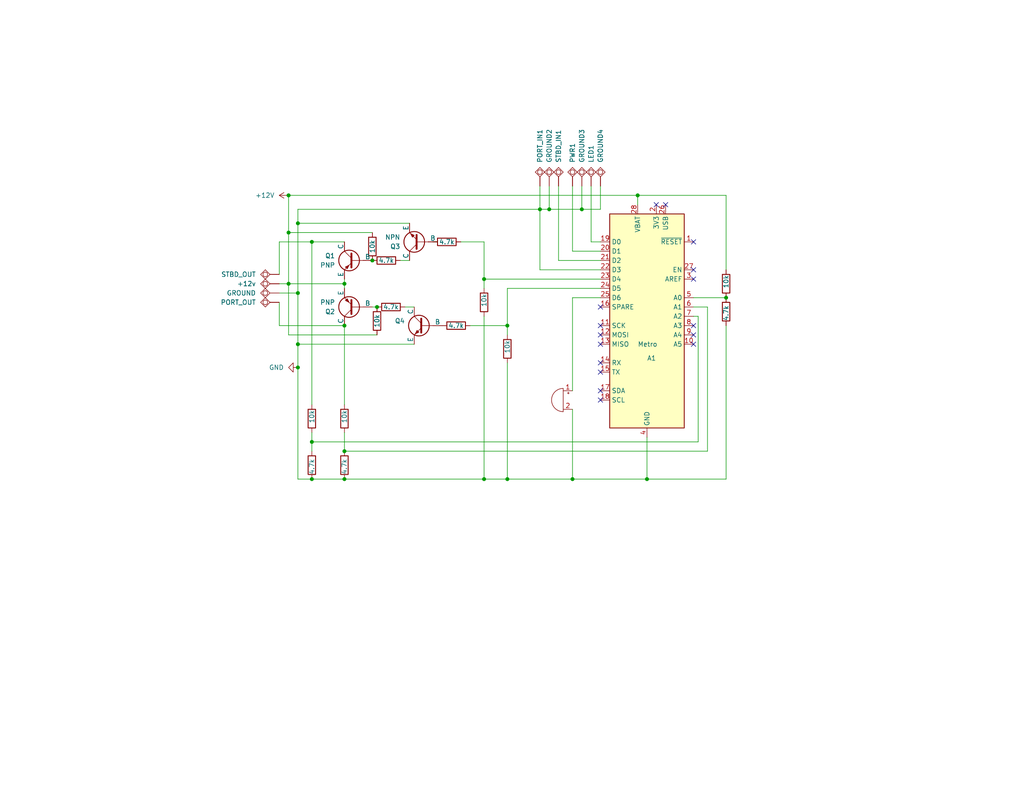
<source format=kicad_sch>
(kicad_sch (version 20250114) (generator "eeschema") (generator_version "9.0")
  (paper "A")
  (title_block (title "Bow Thruster Controller") (date "2025-05-24") (company "David Ros"))
  (lib_symbols
    (symbol "Device:Buzzer" (pin_names (offset 0.0254) (hide yes))
      (property "Reference" "BZ" (at 3.81 1.27 0))
      (property "Value" "Buzzer" (at 3.81 -1.27 0))
      (symbol "Buzzer_0_1"
        (polyline (pts (xy -1.651 1.905) (xy -1.143 1.905)))
        (polyline (pts (xy -1.397 2.159) (xy -1.397 1.651)))
        (arc (start 0 3.175) (mid 3.1612 0) (end 0 -3.175))
        (polyline (pts (xy 0 3.175) (xy 0 -3.175)))
      )
      (symbol "Buzzer_1_1"
        (pin passive line (at -2.54 2.54 0) (length 2.54) (name "+") (number "1"))
        (pin passive line (at -2.54 -2.54 0) (length 2.54) (name "-") (number "2"))
      )
    )
    (symbol "Device:R" (pin_numbers (hide yes)) (pin_names (offset 0))
      (property "Reference" "R" (at 2.032 0 90))
      (property "Value" "R" (at 0 0 90))
      (symbol "R_0_1"
        (rectangle (start -1.016 -2.54) (end 1.016 2.54) (stroke (width 0.254)))
      )
      (symbol "R_1_1"
        (pin passive line (at 0 3.81 270) (length 1.27) (name "~") (number "1"))
        (pin passive line (at 0 -3.81 90) (length 1.27) (name "~") (number "2"))
      )
    )
    (symbol "MCU_Module:Adafruit_Feather_Generic"
      (property "Reference" "A" (at -10.16 29.21 0))
      (property "Value" "Adafruit_Feather_Generic" (at 2.54 -31.75 0))
      (symbol "Adafruit_Feather_Generic_0_1"
        (rectangle (start -10.16 27.94) (end 10.16 -30.48) (stroke (width 0.254)) (fill (type background)))
      )
      (symbol "Adafruit_Feather_Generic_1_1"
        (pin bidirectional line (at -12.7 20.32 0) (length 2.54) (name "D0") (number "19"))
        (pin bidirectional line (at -12.7 17.78 0) (length 2.54) (name "D1") (number "20"))
        (pin bidirectional line (at -12.7 15.24 0) (length 2.54) (name "D2") (number "21"))
        (pin bidirectional line (at -12.7 12.7 0) (length 2.54) (name "D3") (number "22"))
        (pin bidirectional line (at -12.7 10.16 0) (length 2.54) (name "D4") (number "23"))
        (pin bidirectional line (at -12.7 7.62 0) (length 2.54) (name "D5") (number "24"))
        (pin bidirectional line (at -12.7 5.08 0) (length 2.54) (name "D6") (number "25"))
        (pin bidirectional line (at -12.7 2.54 0) (length 2.54) (name "SPARE") (number "16"))
        (pin bidirectional line (at -12.7 -2.54 0) (length 2.54) (name "SCK") (number "11"))
        (pin bidirectional line (at -12.7 -5.08 0) (length 2.54) (name "MOSI") (number "12"))
        (pin bidirectional line (at -12.7 -7.62 0) (length 2.54) (name "MISO") (number "13"))
        (pin bidirectional line (at -12.7 -12.7 0) (length 2.54) (name "RX") (number "14"))
        (pin bidirectional line (at -12.7 -15.24 0) (length 2.54) (name "TX") (number "15"))
        (pin bidirectional line (at -12.7 -20.32 0) (length 2.54) (name "SDA") (number "17"))
        (pin bidirectional line (at -12.7 -22.86 0) (length 2.54) (name "SCL") (number "18"))
        (pin power_in line (at -2.54 30.48 270) (length 2.54) (name "VBAT") (number "28"))
        (pin power_in line (at 0 -33.02 90) (length 2.54) (name "GND") (number "4"))
        (pin power_in line (at 2.54 30.48 270) (length 2.54) (name "3V3") (number "2"))
        (pin power_in line (at 5.08 30.48 270) (length 2.54) (name "USB") (number "26"))
        (pin input line (at 12.7 20.32 180) (length 2.54) (name "~{RESET}") (number "1"))
        (pin input line (at 12.7 12.7 180) (length 2.54) (name "EN") (number "27"))
        (pin input line (at 12.7 10.16 180) (length 2.54) (name "AREF") (number "3"))
        (pin bidirectional line (at 12.7 5.08 180) (length 2.54) (name "A0") (number "5"))
        (pin bidirectional line (at 12.7 2.54 180) (length 2.54) (name "A1") (number "6"))
        (pin bidirectional line (at 12.7 0 180) (length 2.54) (name "A2") (number "7"))
        (pin bidirectional line (at 12.7 -2.54 180) (length 2.54) (name "A3") (number "8"))
        (pin bidirectional line (at 12.7 -5.08 180) (length 2.54) (name "A4") (number "9"))
        (pin bidirectional line (at 12.7 -7.62 180) (length 2.54) (name "A5") (number "10"))
      )
    )
    (symbol "OLIMEX_OTHER:TESTPAD" (pin_numbers (hide yes)) (pin_names (offset 0) (hide yes))
      (property "Reference" "TESTPAD" (at -2.54 1.524 0))
      (symbol "TESTPAD_1_0"
        (polyline (pts (xy 0 0) (xy 1.27 -1.27)))
        (polyline (pts (xy 1.27 1.27) (xy 0 0)))
        (polyline (pts (xy 1.27 -1.27) (xy 2.54 0)))
        (polyline (pts (xy 2.54 0) (xy 1.27 1.27)))
      )
      (symbol "TESTPAD_1_1"
        (circle (center 1.27 0) (radius 0.635))
        (pin passive line (at -2.54 0 0) (length 2.54) (name "Pad") (number "1"))
      )
    )
    (symbol "Simulation_SPICE:NPN" (pin_numbers (hide yes)) (pin_names (offset 0))
      (property "Reference" "Q" (at -2.54 7.62 0))
      (property "Value" "NPN" (at -2.54 5.08 0))
      (symbol "NPN_0_1"
        (polyline (pts (xy -2.54 0) (xy 0.635 0)) (stroke (width 0.1524)))
        (polyline (pts (xy 0.635 1.905) (xy 0.635 -1.905) (xy 0.635 -1.905)) (stroke (width 0.508)))
        (polyline (pts (xy 0.635 0.635) (xy 2.54 2.54)))
        (polyline (pts (xy 0.635 -0.635) (xy 2.54 -2.54) (xy 2.54 -2.54)))
        (circle (center 1.27 0) (radius 2.8194) (stroke (width 0.254)))
        (polyline (pts (xy 1.27 -1.778) (xy 1.778 -1.27) (xy 2.286 -2.286) (xy 1.27 -1.778) (xy 1.27 -1.778)) (fill (type outline)))
        (polyline (pts (xy 2.794 -1.27) (xy 2.794 -1.27)) (stroke (width 0.1524)))
        (polyline (pts (xy 2.794 -1.27) (xy 2.794 -1.27)) (stroke (width 0.1524)))
      )
      (symbol "NPN_1_1"
        (pin input line (at -5.08 0 0) (length 2.54) (name "B") (number "2"))
        (pin open_collector line (at 2.54 5.08 270) (length 2.54) (name "C") (number "1"))
        (pin open_emitter line (at 2.54 -5.08 90) (length 2.54) (name "E") (number "3"))
      )
    )
    (symbol "Simulation_SPICE:PNP" (pin_numbers (hide yes)) (pin_names (offset 0))
      (property "Reference" "Q" (at -2.54 7.62 0))
      (property "Value" "PNP" (at -2.54 5.08 0))
      (symbol "PNP_0_1"
        (polyline (pts (xy -2.54 0) (xy 0.635 0)) (stroke (width 0.1524)))
        (polyline (pts (xy 0.635 1.905) (xy 0.635 -1.905) (xy 0.635 -1.905)) (stroke (width 0.508)))
        (polyline (pts (xy 0.635 0.635) (xy 2.54 2.54)))
        (polyline (pts (xy 0.635 -0.635) (xy 2.54 -2.54) (xy 2.54 -2.54)))
        (circle (center 1.27 0) (radius 2.8194) (stroke (width 0.254)))
        (polyline (pts (xy 2.286 -1.778) (xy 1.778 -2.286) (xy 1.27 -1.27) (xy 2.286 -1.778) (xy 2.286 -1.778)) (fill (type outline)))
      )
      (symbol "PNP_1_1"
        (pin input line (at -5.08 0 0) (length 2.54) (name "B") (number "2"))
        (pin open_collector line (at 2.54 5.08 270) (length 2.54) (name "C") (number "1"))
        (pin open_emitter line (at 2.54 -5.08 90) (length 2.54) (name "E") (number "3"))
      )
    )
    (symbol "power:+12V" (power) (pin_numbers (hide yes)) (pin_names (offset 0) (hide yes))
      (property "Value" "+12V" (at 0 3.556 0))
      (symbol "+12V_0_1"
        (polyline (pts (xy -0.762 1.27) (xy 0 2.54)))
        (polyline (pts (xy 0 2.54) (xy 0.762 1.27)))
        (polyline (pts (xy 0 0) (xy 0 2.54)))
      )
      (symbol "+12V_1_1"
        (pin power_in line (at 0 0 90) (length 0) (name "~") (number "1"))
      )
    )
    (symbol "power:GND" (power) (pin_numbers (hide yes)) (pin_names (offset 0) (hide yes))
      (property "Value" "GND" (at 0 -3.81 0))
      (symbol "GND_0_1"
        (polyline (pts (xy 0 0) (xy 0 -1.27) (xy 1.27 -1.27) (xy 0 -2.54) (xy -1.27 -1.27) (xy 0 -1.27)))
      )
      (symbol "GND_1_1"
        (pin power_in line (at 0 0 270) (length 0) (name "~") (number "1"))
      )
    )
  )
  (junction (at 173.99 53.34))
  (junction (at 132.08 76.2))
  (junction (at 198.12 81.28))
  (junction (at 176.53 130.81))
  (junction (at 78.74 77.47))
  (junction (at 132.08 130.81))
  (junction (at 85.09 120.65))
  (junction (at 81.28 93.98))
  (junction (at 149.86 57.15))
  (junction (at 85.09 130.81))
  (junction (at 156.21 130.81))
  (junction (at 85.09 66.04))
  (junction (at 138.43 88.9))
  (junction (at 93.98 77.47))
  (junction (at 81.28 60.96))
  (junction (at 78.74 53.34))
  (junction (at 138.43 130.81))
  (junction (at 81.28 80.01))
  (junction (at 147.32 57.15))
  (junction (at 101.6 71.12))
  (junction (at 93.98 88.9))
  (junction (at 102.87 83.82))
  (junction (at 78.74 63.5))
  (junction (at 158.75 57.15))
  (junction (at 81.28 100.33))
  (junction (at 93.98 130.81))
  (junction (at 93.98 123.19))
  (no_connect (at 163.83 106.68))
  (no_connect (at 163.83 99.06))
  (no_connect (at 189.23 93.98))
  (no_connect (at 189.23 88.9))
  (no_connect (at 189.23 66.04))
  (no_connect (at 189.23 91.44))
  (no_connect (at 163.83 109.22))
  (no_connect (at 189.23 73.66))
  (no_connect (at 179.07 55.88))
  (no_connect (at 163.83 83.82))
  (no_connect (at 163.83 93.98))
  (no_connect (at 189.23 76.2))
  (no_connect (at 181.61 55.88))
  (no_connect (at 163.83 88.9))
  (no_connect (at 163.83 101.6))
  (no_connect (at 163.83 91.44))
  (wire (pts (xy 81.28 57.15) (xy 147.32 57.15)))
  (wire (pts (xy 81.28 100.33) (xy 81.28 130.81)))
  (wire (pts (xy 76.2 88.9) (xy 93.98 88.9)))
  (wire (pts (xy 132.08 130.81) (xy 138.43 130.81)))
  (wire (pts (xy 132.08 76.2) (xy 163.83 76.2)))
  (wire (pts (xy 93.98 88.9) (xy 93.98 110.49)))
  (wire (pts (xy 102.87 83.82) (xy 101.6 83.82)))
  (wire (pts (xy 78.74 91.44) (xy 78.74 77.47)))
  (wire (pts (xy 81.28 93.98) (xy 81.28 100.33)))
  (wire (pts (xy 85.09 118.11) (xy 85.09 120.65)))
  (wire (pts (xy 102.87 91.44) (xy 78.74 91.44)))
  (wire (pts (xy 81.28 60.96) (xy 111.76 60.96)))
  (wire (pts (xy 138.43 88.9) (xy 138.43 78.74)))
  (wire (pts (xy 156.21 111.76) (xy 156.21 130.81)))
  (wire (pts (xy 173.99 53.34) (xy 198.12 53.34)))
  (wire (pts (xy 156.21 50.8) (xy 156.21 68.58)))
  (wire (pts (xy 161.29 50.8) (xy 161.29 66.04)))
  (wire (pts (xy 152.4 50.8) (xy 152.4 71.12)))
  (wire (pts (xy 147.32 57.15) (xy 147.32 73.66)))
  (wire (pts (xy 156.21 81.28) (xy 163.83 81.28)))
  (wire (pts (xy 78.74 77.47) (xy 93.98 77.47)))
  (wire (pts (xy 198.12 88.9) (xy 198.12 130.81)))
  (wire (pts (xy 147.32 57.15) (xy 149.86 57.15)))
  (wire (pts (xy 85.09 66.04) (xy 93.98 66.04)))
  (wire (pts (xy 138.43 88.9) (xy 128.27 88.9)))
  (wire (pts (xy 138.43 99.06) (xy 138.43 130.81)))
  (wire (pts (xy 78.74 53.34) (xy 173.99 53.34)))
  (wire (pts (xy 93.98 123.19) (xy 193.04 123.19)))
  (wire (pts (xy 81.28 60.96) (xy 81.28 80.01)))
  (wire (pts (xy 81.28 80.01) (xy 81.28 93.98)))
  (wire (pts (xy 161.29 66.04) (xy 163.83 66.04)))
  (wire (pts (xy 78.74 63.5) (xy 101.6 63.5)))
  (wire (pts (xy 81.28 93.98) (xy 113.03 93.98)))
  (wire (pts (xy 76.2 66.04) (xy 85.09 66.04)))
  (wire (pts (xy 76.2 66.04) (xy 76.2 74.93)))
  (wire (pts (xy 147.32 50.8) (xy 147.32 57.15)))
  (wire (pts (xy 76.2 77.47) (xy 78.74 77.47)))
  (wire (pts (xy 149.86 57.15) (xy 158.75 57.15)))
  (wire (pts (xy 176.53 130.81) (xy 198.12 130.81)))
  (wire (pts (xy 158.75 50.8) (xy 158.75 57.15)))
  (wire (pts (xy 147.32 73.66) (xy 163.83 73.66)))
  (wire (pts (xy 176.53 119.38) (xy 176.53 130.81)))
  (wire (pts (xy 189.23 81.28) (xy 198.12 81.28)))
  (wire (pts (xy 156.21 106.68) (xy 156.21 81.28)))
  (wire (pts (xy 76.2 88.9) (xy 76.2 82.55)))
  (wire (pts (xy 193.04 83.82) (xy 193.04 123.19)))
  (wire (pts (xy 118.11 66.04) (xy 119.38 66.04)))
  (wire (pts (xy 156.21 68.58) (xy 163.83 68.58)))
  (wire (pts (xy 138.43 88.9) (xy 138.43 91.44)))
  (wire (pts (xy 158.75 57.15) (xy 163.83 57.15)))
  (wire (pts (xy 190.5 86.36) (xy 190.5 120.65)))
  (wire (pts (xy 198.12 53.34) (xy 198.12 73.66)))
  (wire (pts (xy 173.99 53.34) (xy 173.99 55.88)))
  (wire (pts (xy 132.08 78.74) (xy 132.08 76.2)))
  (wire (pts (xy 85.09 66.04) (xy 85.09 110.49)))
  (wire (pts (xy 78.74 63.5) (xy 78.74 77.47)))
  (wire (pts (xy 132.08 86.36) (xy 132.08 130.81)))
  (wire (pts (xy 138.43 130.81) (xy 156.21 130.81)))
  (wire (pts (xy 109.22 71.12) (xy 111.76 71.12)))
  (wire (pts (xy 132.08 66.04) (xy 125.73 66.04)))
  (wire (pts (xy 76.2 80.01) (xy 81.28 80.01)))
  (wire (pts (xy 81.28 130.81) (xy 85.09 130.81)))
  (wire (pts (xy 85.09 130.81) (xy 93.98 130.81)))
  (wire (pts (xy 85.09 120.65) (xy 190.5 120.65)))
  (wire (pts (xy 190.5 86.36) (xy 189.23 86.36)))
  (wire (pts (xy 93.98 77.47) (xy 93.98 78.74)))
  (wire (pts (xy 156.21 130.81) (xy 176.53 130.81)))
  (wire (pts (xy 149.86 50.8) (xy 149.86 57.15)))
  (wire (pts (xy 81.28 57.15) (xy 81.28 60.96)))
  (wire (pts (xy 138.43 78.74) (xy 163.83 78.74)))
  (wire (pts (xy 93.98 130.81) (xy 132.08 130.81)))
  (wire (pts (xy 93.98 76.2) (xy 93.98 77.47)))
  (wire (pts (xy 85.09 120.65) (xy 85.09 123.19)))
  (wire (pts (xy 152.4 71.12) (xy 163.83 71.12)))
  (wire (pts (xy 193.04 83.82) (xy 189.23 83.82)))
  (wire (pts (xy 93.98 118.11) (xy 93.98 123.19)))
  (wire (pts (xy 132.08 76.2) (xy 132.08 66.04)))
  (wire (pts (xy 163.83 50.8) (xy 163.83 57.15)))
  (wire (pts (xy 78.74 53.34) (xy 78.74 63.5)))
  (wire (pts (xy 110.49 83.82) (xy 113.03 83.82)))
  (symbol (lib_id "Simulation_SPICE:NPN") (at 114.3 66.04 180) (unit 1)
    (property "Reference" "Q3" (at 109.22 67.3101 0) (effects (justify left)))
    (property "Value" "NPN" (at 109.22 64.7701 0) (effects (justify left)))
    (property "Datasheet" "https://ngspice.sourceforge.io/docs/ngspice-html-manual/manual.xhtml#cha_BJTs" (effects (hide yes)))
    (property "Description" "Bipolar transistor symbol for simulation only, substrate tied to the emitter" (effects (hide yes)))
    (property "Sim.Device" "NPN" (effects (hide yes)))
    (property "Sim.Type" "GUMMELPOON" (effects (hide yes)))
    (property "Sim.Pins" "1=C 2=B 3=E" (effects (hide yes)))
  )
  (symbol (lib_id "OLIMEX_OTHER:TESTPAD") (at 149.86 48.26 270) (mirror x) (unit 1)
    (property "Reference" "GROUND2" (at 149.8601 44.45 0) (effects (justify left)))
    (property "Value" "TESTPAD" (effects (hide yes)))
    (property "Footprint" "TestPoint:TestPoint_Pad_D1.5mm" (effects (hide yes)))
  )
  (symbol (lib_id "Device:R") (at 93.98 114.3 0) (unit 1)
    (property "Reference" "R3" (effects (hide yes)))
    (property "Value" "10k" (at 93.98 115.57 90) (effects (justify left)))
    (property "Footprint" "Resistor_THT:R_Axial_DIN0207_L6.3mm_D2.5mm_P7.62mm_Horizontal" (effects (hide yes)))
    (property "Description" "Resistor" (effects (hide yes)))
  )
  (symbol (lib_id "OLIMEX_OTHER:TESTPAD") (at 73.66 74.93 0) (mirror y) (unit 1)
    (property "Reference" "STBD_OUT" (at 69.85 74.9299 0) (effects (justify left)))
    (property "Value" "TESTPAD" (effects (hide yes)))
    (property "Footprint" "TestPoint:TestPoint_Pad_D1.5mm" (effects (hide yes)))
  )
  (symbol (lib_id "Simulation_SPICE:PNP") (at 96.52 71.12 0) (mirror y) (unit 1)
    (property "Reference" "Q1" (at 91.44 69.8499 0) (effects (justify left)))
    (property "Value" "PNP" (at 91.44 72.3899 0) (effects (justify left)))
    (property "Footprint" "Package_TO_SOT_THT:TO-92L_Inline" (effects (hide yes)))
    (property "Datasheet" "https://ngspice.sourceforge.io/docs/ngspice-html-manual/manual.xhtml#cha_BJTs" (effects (hide yes)))
    (property "Description" "Bipolar transistor symbol for simulation only, substrate tied to the emitter" (effects (hide yes)))
    (property "Sim.Device" "PNP" (effects (hide yes)))
    (property "Sim.Type" "GUMMELPOON" (effects (hide yes)))
    (property "Sim.Pins" "1=C 2=B 3=E" (effects (hide yes)))
  )
  (symbol (lib_id "Device:R") (at 105.41 71.12 270) (unit 1)
    (property "Reference" "R15" (effects (hide yes)))
    (property "Value" "4.7k" (at 105.41 71.12 90))
    (property "Footprint" "Resistor_THT:R_Axial_DIN0207_L6.3mm_D2.5mm_P7.62mm_Horizontal" (effects (hide yes)))
    (property "Description" "Resistor" (effects (hide yes)))
  )
  (symbol (lib_id "Device:R") (at 124.46 88.9 270) (unit 1)
    (property "Reference" "R11" (effects (hide yes)))
    (property "Value" "4.7k" (at 124.46 88.9 90))
    (property "Footprint" "Resistor_THT:R_Axial_DIN0207_L6.3mm_D2.5mm_P7.62mm_Horizontal" (effects (hide yes)))
    (property "Description" "Resistor" (effects (hide yes)))
  )
  (symbol (lib_id "OLIMEX_OTHER:TESTPAD") (at 161.29 48.26 270) (mirror x) (unit 1)
    (property "Reference" "LED1" (at 161.2901 44.45 0) (effects (justify left)))
    (property "Value" "TESTPAD" (effects (hide yes)))
    (property "Footprint" "TestPoint:TestPoint_Pad_D1.5mm" (effects (hide yes)))
  )
  (symbol (lib_id "Device:R") (at 93.98 127 0) (unit 1)
    (property "Reference" "R4" (effects (hide yes)))
    (property "Value" "4.7k" (at 93.98 129.54 90) (effects (justify left)))
    (property "Footprint" "Resistor_THT:R_Axial_DIN0207_L6.3mm_D2.5mm_P7.62mm_Horizontal" (effects (hide yes)))
    (property "Description" "Resistor" (effects (hide yes)))
  )
  (symbol (lib_id "OLIMEX_OTHER:TESTPAD") (at 147.32 48.26 270) (mirror x) (unit 1)
    (property "Reference" "PORT_IN1" (at 147.3201 44.45 0) (effects (justify left)))
    (property "Value" "TESTPAD" (effects (hide yes)))
    (property "Footprint" "TestPoint:TestPoint_Pad_D1.5mm" (effects (hide yes)))
  )
  (symbol (lib_id "OLIMEX_OTHER:TESTPAD") (at 73.66 82.55 0) (mirror y) (unit 1)
    (property "Reference" "PORT_OUT" (at 69.85 82.5499 0) (effects (justify left)))
    (property "Value" "TESTPAD" (effects (hide yes)))
    (property "Footprint" "TestPoint:TestPoint_Pad_D1.5mm" (effects (hide yes)))
  )
  (symbol (lib_id "OLIMEX_OTHER:TESTPAD") (at 152.4 48.26 270) (mirror x) (unit 1)
    (property "Reference" "STBD_IN1" (at 152.4001 44.45 0) (effects (justify left)))
    (property "Value" "TESTPAD" (effects (hide yes)))
    (property "Footprint" "TestPoint:TestPoint_Pad_D1.5mm" (effects (hide yes)))
  )
  (symbol (lib_id "Simulation_SPICE:NPN") (at 115.57 88.9 0) (mirror y) (unit 1)
    (property "Reference" "Q4" (at 110.49 87.6299 0) (effects (justify left)))
    (property "Value" "NPN" (effects (hide yes)))
    (property "Datasheet" "https://ngspice.sourceforge.io/docs/ngspice-html-manual/manual.xhtml#cha_BJTs" (effects (hide yes)))
    (property "Description" "Bipolar transistor symbol for simulation only, substrate tied to the emitter" (effects (hide yes)))
    (property "Sim.Device" "NPN" (effects (hide yes)))
    (property "Sim.Type" "GUMMELPOON" (effects (hide yes)))
    (property "Sim.Pins" "1=C 2=B 3=E" (effects (hide yes)))
  )
  (symbol (lib_id "OLIMEX_OTHER:TESTPAD") (at 73.66 77.47 0) (mirror y) (unit 1)
    (property "Reference" "+12v" (at 69.85 77.4699 0) (effects (justify left)))
    (property "Value" "TESTPAD" (effects (hide yes)))
    (property "Footprint" "TestPoint:TestPoint_Pad_D1.5mm" (effects (hide yes)))
  )
  (symbol (lib_id "OLIMEX_OTHER:TESTPAD") (at 156.21 48.26 270) (mirror x) (unit 1)
    (property "Reference" "PWR1" (at 156.2101 44.45 0) (effects (justify left)))
    (property "Value" "TESTPAD" (effects (hide yes)))
    (property "Footprint" "TestPoint:TestPoint_Pad_D1.5mm" (effects (hide yes)))
  )
  (symbol (lib_id "Device:R") (at 132.08 82.55 0) (unit 1)
    (property "Reference" "R13" (effects (hide yes)))
    (property "Value" "10k" (at 132.08 83.82 90) (effects (justify left)))
    (property "Footprint" "Resistor_THT:R_Axial_DIN0207_L6.3mm_D2.5mm_P7.62mm_Horizontal" (effects (hide yes)))
    (property "Description" "Resistor" (effects (hide yes)))
  )
  (symbol (lib_id "Device:R") (at 106.68 83.82 270) (unit 1)
    (property "Reference" "R12" (effects (hide yes)))
    (property "Value" "4.7k" (at 106.68 83.82 90))
    (property "Footprint" "Resistor_THT:R_Axial_DIN0207_L6.3mm_D2.5mm_P7.62mm_Horizontal" (effects (hide yes)))
    (property "Description" "Resistor" (effects (hide yes)))
  )
  (symbol (lib_id "Simulation_SPICE:PNP") (at 96.52 83.82 180) (unit 1)
    (property "Reference" "Q2" (at 91.44 85.0901 0) (effects (justify left)))
    (property "Value" "PNP" (at 91.44 82.5501 0) (effects (justify left)))
    (property "Footprint" "Package_TO_SOT_THT:TO-92L_Inline" (effects (hide yes)))
    (property "Datasheet" "https://ngspice.sourceforge.io/docs/ngspice-html-manual/manual.xhtml#cha_BJTs" (effects (hide yes)))
    (property "Description" "Bipolar transistor symbol for simulation only, substrate tied to the emitter" (effects (hide yes)))
    (property "Sim.Device" "PNP" (effects (hide yes)))
    (property "Sim.Type" "GUMMELPOON" (effects (hide yes)))
    (property "Sim.Pins" "1=C 2=B 3=E" (effects (hide yes)))
  )
  (symbol (lib_id "Device:R") (at 85.09 127 0) (unit 1)
    (property "Reference" "R2" (effects (hide yes)))
    (property "Value" "4.7k" (at 85.09 129.54 90) (effects (justify left)))
    (property "Footprint" "Resistor_THT:R_Axial_DIN0207_L6.3mm_D2.5mm_P7.62mm_Horizontal" (effects (hide yes)))
    (property "Description" "Resistor" (effects (hide yes)))
  )
  (symbol (lib_id "OLIMEX_OTHER:TESTPAD") (at 163.83 48.26 270) (mirror x) (unit 1)
    (property "Reference" "GROUND4" (at 163.8301 44.45 0) (effects (justify left)))
    (property "Value" "TESTPAD" (effects (hide yes)))
    (property "Footprint" "TestPoint:TestPoint_Pad_D1.5mm" (effects (hide yes)))
  )
  (symbol (lib_id "Device:Buzzer") (at 153.67 109.22 0) (mirror y) (unit 1)
    (property "Reference" "BZ1" (effects (hide yes)))
    (property "Value" "Buzzer" (effects (hide yes)))
    (property "Footprint" "Buzzer_Beeper:Buzzer_12x9.5RM7.6" (effects (hide yes)))
    (property "Description" "Buzzer, polarized" (effects (hide yes)))
  )
  (symbol (lib_id "Device:R") (at 102.87 87.63 0) (unit 1)
    (property "Reference" "R8" (effects (hide yes)))
    (property "Value" "10k" (at 102.87 87.63 90))
    (property "Footprint" "Resistor_THT:R_Axial_DIN0207_L6.3mm_D2.5mm_P7.62mm_Horizontal" (effects (hide yes)))
    (property "Description" "Resistor" (effects (hide yes)))
  )
  (symbol (lib_id "Device:R") (at 138.43 95.25 0) (unit 1)
    (property "Reference" "R14" (effects (hide yes)))
    (property "Value" "10k" (at 138.43 96.52 90) (effects (justify left)))
    (property "Footprint" "Resistor_THT:R_Axial_DIN0207_L6.3mm_D2.5mm_P7.62mm_Horizontal" (effects (hide yes)))
    (property "Description" "Resistor" (effects (hide yes)))
  )
  (symbol (lib_id "OLIMEX_OTHER:TESTPAD") (at 73.66 80.01 0) (mirror y) (unit 1)
    (property "Reference" "GROUND" (at 69.85 80.0099 0) (effects (justify left)))
    (property "Value" "TESTPAD" (effects (hide yes)))
    (property "Footprint" "TestPoint:TestPoint_Pad_D1.5mm" (effects (hide yes)))
  )
  (symbol (lib_id "power:+12V") (at 78.74 53.34 90) (unit 1)
    (property "Reference" "#PWR01" (effects (hide yes)))
    (property "Value" "+12V" (at 74.93 53.3399 90) (effects (justify left)))
    (property "Description" "Power symbol creates a global label with name \"+12V\"" (effects (hide yes)))
  )
  (symbol (lib_id "Device:R") (at 101.6 67.31 0) (unit 1)
    (property "Reference" "R5" (effects (hide yes)))
    (property "Value" "10k" (at 101.6 67.31 90))
    (property "Footprint" "Resistor_THT:R_Axial_DIN0207_L6.3mm_D2.5mm_P7.62mm_Horizontal" (effects (hide yes)))
    (property "Description" "Resistor" (effects (hide yes)))
  )
  (symbol (lib_id "Device:R") (at 85.09 114.3 0) (unit 1)
    (property "Reference" "R1" (effects (hide yes)))
    (property "Value" "10k" (at 85.09 115.57 90) (effects (justify left)))
    (property "Footprint" "Resistor_THT:R_Axial_DIN0207_L6.3mm_D2.5mm_P7.62mm_Horizontal" (effects (hide yes)))
    (property "Description" "Resistor" (effects (hide yes)))
  )
  (symbol (lib_id "MCU_Module:Adafruit_Feather_Generic") (at 176.53 86.36 0) (unit 1)
    (property "Reference" "A1" (at 176.53 97.79 0) (effects (justify left)))
    (property "Value" "Metro" (at 173.99 93.98 0) (effects (justify left)))
    (property "Footprint" "Module:Adafruit_Feather" (effects (hide yes)))
    (property "Datasheet" "https://cdn-learn.adafruit.com/downloads/pdf/adafruit-feather.pdf" (effects (hide yes)))
    (property "Description" "Microcontroller module in various flavor, generic symbol" (effects (hide yes)))
  )
  (symbol (lib_id "Device:R") (at 198.12 77.47 0) (unit 1)
    (property "Reference" "R9" (effects (hide yes)))
    (property "Value" "10k" (at 198.12 78.74 90) (effects (justify left)))
    (property "Footprint" "Resistor_THT:R_Axial_DIN0207_L6.3mm_D2.5mm_P7.62mm_Horizontal" (effects (hide yes)))
    (property "Description" "Resistor" (effects (hide yes)))
  )
  (symbol (lib_id "Device:R") (at 121.92 66.04 270) (unit 1)
    (property "Reference" "R7" (effects (hide yes)))
    (property "Value" "4.7k" (at 121.92 66.04 90))
    (property "Footprint" "Resistor_THT:R_Axial_DIN0207_L6.3mm_D2.5mm_P7.62mm_Horizontal" (effects (hide yes)))
    (property "Description" "Resistor" (effects (hide yes)))
  )
  (symbol (lib_id "power:GND") (at 81.28 100.33 270) (unit 1)
    (property "Reference" "#PWR02" (effects (hide yes)))
    (property "Value" "GND" (at 77.47 100.3299 90) (effects (justify right)))
    (property "Description" "Power symbol creates a global label with name \"GND\" , ground" (effects (hide yes)))
  )
  (symbol (lib_id "Device:R") (at 198.12 85.09 0) (unit 1)
    (property "Reference" "R10" (effects (hide yes)))
    (property "Value" "4.7k" (at 198.12 87.63 90) (effects (justify left)))
    (property "Footprint" "Resistor_THT:R_Axial_DIN0207_L6.3mm_D2.5mm_P7.62mm_Horizontal" (effects (hide yes)))
    (property "Description" "Resistor" (effects (hide yes)))
  )
  (symbol (lib_id "OLIMEX_OTHER:TESTPAD") (at 158.75 48.26 270) (mirror x) (unit 1)
    (property "Reference" "GROUND3" (at 158.7501 44.45 0) (effects (justify left)))
    (property "Value" "TESTPAD" (effects (hide yes)))
    (property "Footprint" "TestPoint:TestPoint_Pad_D1.5mm" (effects (hide yes)))
  )
)
</source>
